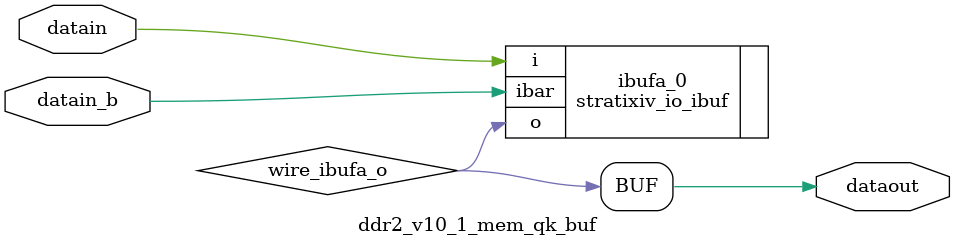
<source format=v>






//synthesis_resources = stratixiv_io_ibuf 1 
//synopsys translate_off
`timescale 1 ps / 1 ps
//synopsys translate_on
module  ddr2_v10_1_mem_qk_buf
	( 
	datain,
	datain_b,
	dataout) /* synthesis synthesis_clearbox=1 */;
	input   [0:0]  datain;
	input   [0:0]  datain_b;
	output   [0:0]  dataout;
`ifndef ALTERA_RESERVED_QIS
// synopsys translate_off
`endif
	tri0   [0:0]  datain_b;
`ifndef ALTERA_RESERVED_QIS
// synopsys translate_on
`endif

	wire  [0:0]   wire_ibufa_o;

	stratixiv_io_ibuf   ibufa_0
	( 
	.i(datain),
	.ibar(datain_b),
	.o(wire_ibufa_o[0:0])
	`ifndef FORMAL_VERIFICATION
	// synopsys translate_off
	`endif
	,
	.dynamicterminationcontrol(1'b0)
	`ifndef FORMAL_VERIFICATION
	// synopsys translate_on
	`endif
	);
	defparam
		ibufa_0.bus_hold = "false",
		ibufa_0.differential_mode = "true",
		ibufa_0.lpm_type = "stratixiv_io_ibuf";
	assign
		dataout = wire_ibufa_o;
endmodule //ddr2_v10_1_mem_qk_buf
//VALID FILE

</source>
